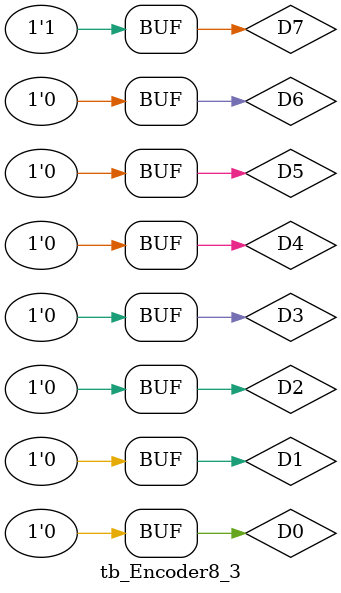
<source format=v>
module Encoder8_3(D0, D1, D2, D3, D4, D5, D6, D7, Y2, Y1, Y0);
    input D0, D1, D2, D3, D4, D5, D6, D7;
    output Y2, Y1, Y0;
    or g1(Y0, D1, D3, D5, D7);
    or g2(Y1, D2, D3, D6, D7);
    or g3(Y2, D4, D5, D6, D7);
endmodule

// ---------------- Testbench ----------------
module tb_Encoder8_3;
    reg D0, D1, D2, D3, D4, D5, D6, D7;
    wire Y2, Y1, Y0;

    Encoder8_3 uut(D0, D1, D2, D3, D4, D5, D6, D7, Y2, Y1, Y0);

    initial begin
        $display("Testing 8:3 Encoder");

        D0=1; D1=0; D2=0; D3=0; D4=0; D5=0; D6=0; D7=0; #10;
        D0=0; D1=1; D2=0; D3=0; D4=0; D5=0; D6=0; D7=0; #10;
        D0=0; D1=0; D2=1; D3=0; D4=0; D5=0; D6=0; D7=0; #10;
        D0=0; D1=0; D2=0; D3=1; D4=0; D5=0; D6=0; D7=0; #10;
        D0=0; D1=0; D2=0; D3=0; D4=1; D5=0; D6=0; D7=0; #10;
        D0=0; D1=0; D2=0; D3=0; D4=0; D5=1; D6=0; D7=0; #10;
        D0=0; D1=0; D2=0; D3=0; D4=0; D5=0; D6=1; D7=0; #10;
        D0=0; D1=0; D2=0; D3=0; D4=0; D5=0; D6=0; D7=1; #10;
        $display("8:3 Encoder test finished");
    end
endmodule

</source>
